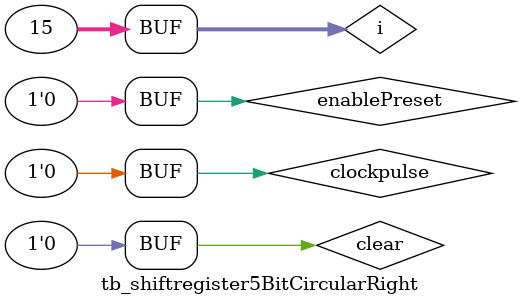
<source format=v>
module tb_shiftregister5BitCircularRight;
reg clockpulse;
reg clear;
reg enablePreset;
wire [4:0] out;
wire [4:0] notout;
integer i;

initial begin
    clockpulse = 1'b0;
    clear = 1'b1;
    enablePreset = 1'b0;
    i = 0;
    
    #10;
    clear = 1'b0;
    
    for (i = 0; i < 4'hf; i = i + 1) begin
        if (i == 0) begin
            enablePreset = 1'b1;
        end
        
        clockpulse = 1'b1;
        
        #5;
        clockpulse = 1'b0;
        enablePreset = 1'b0;
        
        #5;
    end
end

shiftregister5BitCircularRight dut(
    .clockpulse(clockpulse),
    .clear(clear),
    .enablePreset(enablePreset),
    .preset(5'b00011),
    .out(out),
    .notout(notout)
    );

endmodule

</source>
